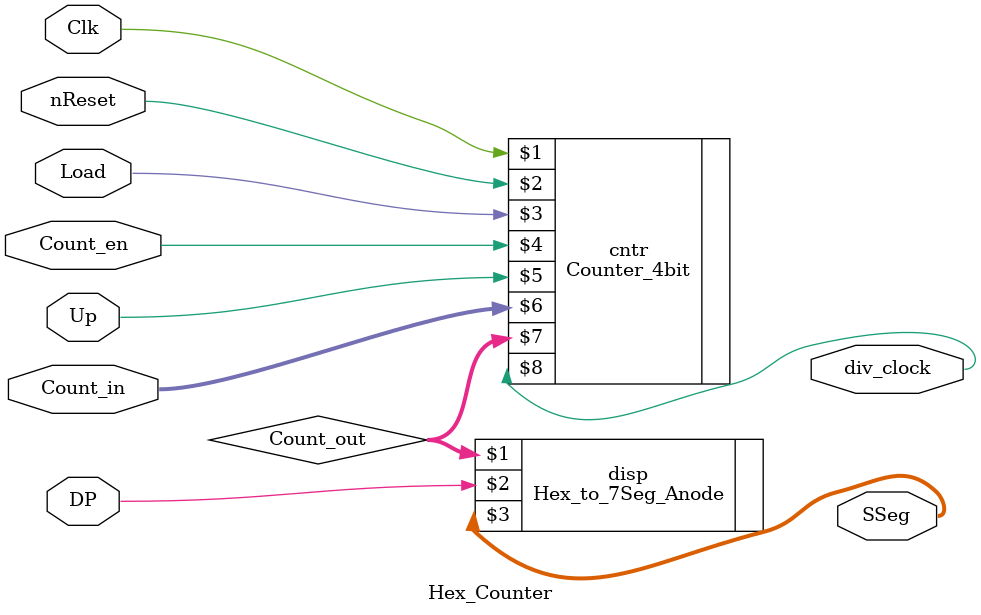
<source format=v>

module Hex_Counter #(parameter oldHz = 50_000_000, newHz = 2)	(
	input wire			Clk, nReset, Load, Count_en, Up, DP,
	input wire [3:0]	Count_in,
	output wire [7:0]	SSeg, 	// A-B-C_D-E-F_G_DP
	output wire			div_clock											);
	
	wire [3:0]	Count_out;		// internal wire from counter to display
	
	// 4-bit counter module	(from #6B3
	Counter_4bit #(oldHz, newHz)
		cntr (Clk, nReset, Load, Count_en, Up, Count_in, Count_out, div_clock);
		
	// 7-segment display module (from #5A)
	Hex_to_7Seg_Anode
		disp (Count_out, DP, SSeg);

endmodule
	
	
	

</source>
